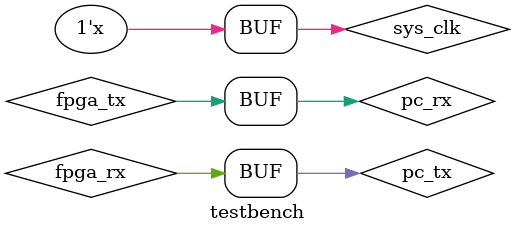
<source format=v>
`timescale 1ns / 1ps
module testbench();
    // ÏµÍ³Ê±ÖÓ
    reg sys_clk = 0;
    wire fpga_tx, fpga_rx;
    wire pc_tx, pc_rx;
    // Ê±ÖÓÄ£¿éÊ±ÖÓÖÜÆÚÎª 40£¬ÆµÂÊÎª25MHz
    always @ (*) begin
        #20 sys_clk <= ~sys_clk;
    end
    // ´«ÊäUART
    top test_top(.sys_clk(sys_clk), .tx(fpga_tx), .rx(fpga_rx));
    top_pc1 test_top_pc1(.sys_clk(sys_clk), .tx(pc_tx), .rx(pc_rx));
    assign pc_rx = fpga_tx;
    assign fpga_rx = pc_tx;
endmodule
</source>
